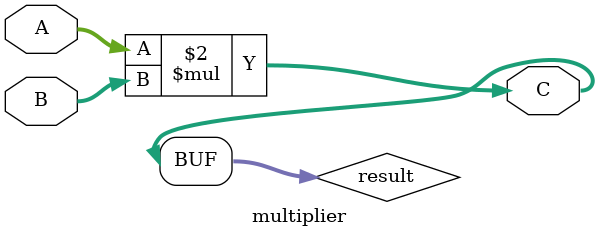
<source format=sv>
module multiplier(

// Âõîäíûå ïîðòû
input logic [7:0] A,
input logic [7:0] B,

// Âûõîäíîé ïîðò
output logic [15:0] C

);

// Îáúÿâëåíèå ðåãèñòðà äëÿ õðàíåíèÿ ðåçóëüòàòà
logic [15:0] result;

// Áëîê âñåãäà âûïîëíÿåòñÿ
always_comb begin

// Êîììåíòàðèé:
// Çäåñü ïðîèñõîäèò ñàìî âû÷èñëåíèå - óìíîæåíèå A íà B

// Óìíîæàåì A íà B
result = A * B;

// Êîììåíòàðèé:
// Â ðåçóëüòàò çàïèñûâàåì ïîìåùàåì ðåçóëüòàò óìíîæåíèÿ

end

// Êîììåíòàðèé:
// Îïåðàòîð assign êîïèðóåò çíà÷åíèå èç âíóòðåííåãî ðåãèñòðà result â âûõîä C

assign C = result;

endmodule
</source>
